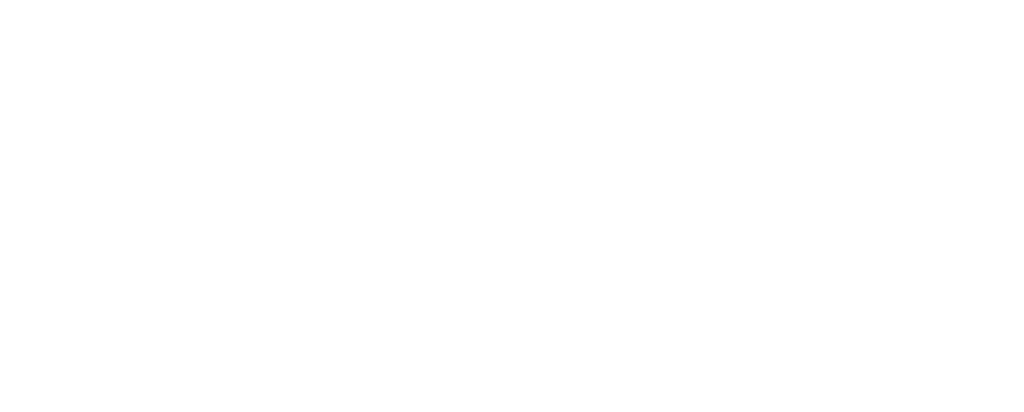
<source format=kicad_pcb>
(kicad_pcb (version 20240108) (generator pcbnew)
  (layers (0 "F.Cu" signal) (31 "B.Cu" signal) (34 "B.Paste" user) (35 "F.Paste" user) (36 "B.SilkS" user "B.Silkscreen") (37 "F.SilkS" user "F.Silkscreen") (38 "B.Mask" user) (39 "F.Mask" user) (44 "Edge.Cuts" user))
  (net 0 "")
  (footprint "MountingHole_5.5mm_Pad_Via" (layer "F.Cu") (at 0 0)
    (property "Reference" "REF**")
    (property "Value" "MountingHole_5.5mm_Pad_Via")
    (pad "1" thru_hole circle (at -4.125 0) (size 0.9 0.9) (drill 0.6) (layers *.Cu *.Mask) (remove_unused_layers))
    (pad "1" thru_hole circle (at -2.926815 -2.926815) (size 0.9 0.9) (drill 0.6) (layers *.Cu *.Mask) (remove_unused_layers))
    (pad "1" thru_hole circle (at -2.926815 2.926815) (size 0.9 0.9) (drill 0.6) (layers *.Cu *.Mask) (remove_unused_layers))
    (pad "1" thru_hole circle (at 0 -4.125) (size 0.9 0.9) (drill 0.6) (layers *.Cu *.Mask) (remove_unused_layers))
    (pad "1" thru_hole circle (at 0 0) (size 11 11) (drill 5.5) (layers *.Cu *.Mask) (remove_unused_layers))
    (pad "1" thru_hole circle (at 0 4.125) (size 0.9 0.9) (drill 0.6) (layers *.Cu *.Mask) (remove_unused_layers))
    (pad "1" thru_hole circle (at 2.926815 -2.926815) (size 0.9 0.9) (drill 0.6) (layers *.Cu *.Mask) (remove_unused_layers))
    (pad "1" thru_hole circle (at 2.926815 2.926815) (size 0.9 0.9) (drill 0.6) (layers *.Cu *.Mask) (remove_unused_layers))
    (pad "1" thru_hole circle (at 4.125 0) (size 0.9 0.9) (drill 0.6) (layers *.Cu *.Mask) (remove_unused_layers))
  )
)
</source>
